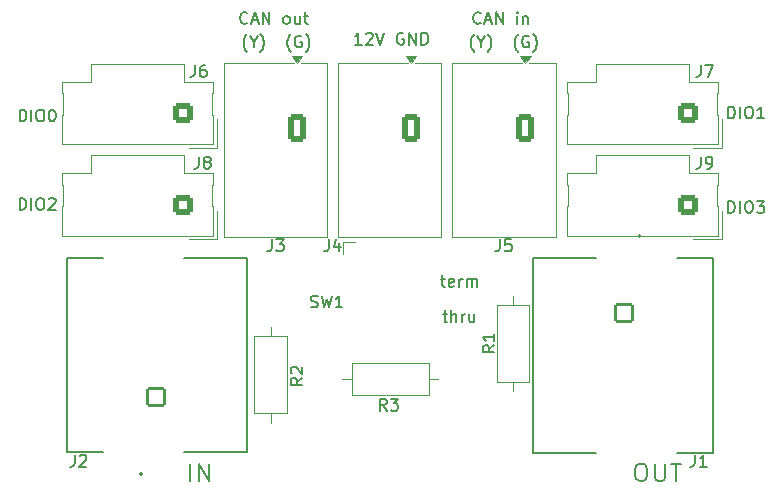
<source format=gto>
G04 #@! TF.GenerationSoftware,KiCad,Pcbnew,9.0.2*
G04 #@! TF.CreationDate,2025-11-18T17:36:02+08:00*
G04 #@! TF.ProjectId,rio module,72696f20-6d6f-4647-956c-652e6b696361,rev?*
G04 #@! TF.SameCoordinates,Original*
G04 #@! TF.FileFunction,Legend,Top*
G04 #@! TF.FilePolarity,Positive*
%FSLAX46Y46*%
G04 Gerber Fmt 4.6, Leading zero omitted, Abs format (unit mm)*
G04 Created by KiCad (PCBNEW 9.0.2) date 2025-11-18 17:36:02*
%MOMM*%
%LPD*%
G01*
G04 APERTURE LIST*
G04 Aperture macros list*
%AMRoundRect*
0 Rectangle with rounded corners*
0 $1 Rounding radius*
0 $2 $3 $4 $5 $6 $7 $8 $9 X,Y pos of 4 corners*
0 Add a 4 corners polygon primitive as box body*
4,1,4,$2,$3,$4,$5,$6,$7,$8,$9,$2,$3,0*
0 Add four circle primitives for the rounded corners*
1,1,$1+$1,$2,$3*
1,1,$1+$1,$4,$5*
1,1,$1+$1,$6,$7*
1,1,$1+$1,$8,$9*
0 Add four rect primitives between the rounded corners*
20,1,$1+$1,$2,$3,$4,$5,0*
20,1,$1+$1,$4,$5,$6,$7,0*
20,1,$1+$1,$6,$7,$8,$9,0*
20,1,$1+$1,$8,$9,$2,$3,0*%
G04 Aperture macros list end*
%ADD10C,0.150000*%
%ADD11C,0.127000*%
%ADD12C,0.200000*%
%ADD13C,0.120000*%
%ADD14C,3.200000*%
%ADD15RoundRect,0.102000X-0.704000X0.704000X-0.704000X-0.704000X0.704000X-0.704000X0.704000X0.704000X0*%
%ADD16C,1.612000*%
%ADD17C,2.604000*%
%ADD18RoundRect,0.250000X0.620000X0.620000X-0.620000X0.620000X-0.620000X-0.620000X0.620000X-0.620000X0*%
%ADD19C,1.740000*%
%ADD20R,1.500000X2.300000*%
%ADD21RoundRect,0.250001X0.499999X0.899999X-0.499999X0.899999X-0.499999X-0.899999X0.499999X-0.899999X0*%
%ADD22O,1.500000X2.300000*%
%ADD23C,1.600000*%
%ADD24R,1.200000X1.200000*%
%ADD25C,1.200000*%
%ADD26RoundRect,0.102000X0.704000X-0.704000X0.704000X0.704000X-0.704000X0.704000X-0.704000X-0.704000X0*%
G04 APERTURE END LIST*
D10*
X80249999Y-56585771D02*
X80202380Y-56538152D01*
X80202380Y-56538152D02*
X80107142Y-56395295D01*
X80107142Y-56395295D02*
X80059523Y-56300057D01*
X80059523Y-56300057D02*
X80011904Y-56157200D01*
X80011904Y-56157200D02*
X79964285Y-55919104D01*
X79964285Y-55919104D02*
X79964285Y-55728628D01*
X79964285Y-55728628D02*
X80011904Y-55490533D01*
X80011904Y-55490533D02*
X80059523Y-55347676D01*
X80059523Y-55347676D02*
X80107142Y-55252438D01*
X80107142Y-55252438D02*
X80202380Y-55109580D01*
X80202380Y-55109580D02*
X80249999Y-55061961D01*
X80821428Y-55728628D02*
X80821428Y-56204819D01*
X80488095Y-55204819D02*
X80821428Y-55728628D01*
X80821428Y-55728628D02*
X81154761Y-55204819D01*
X81392857Y-56585771D02*
X81440476Y-56538152D01*
X81440476Y-56538152D02*
X81535714Y-56395295D01*
X81535714Y-56395295D02*
X81583333Y-56300057D01*
X81583333Y-56300057D02*
X81630952Y-56157200D01*
X81630952Y-56157200D02*
X81678571Y-55919104D01*
X81678571Y-55919104D02*
X81678571Y-55728628D01*
X81678571Y-55728628D02*
X81630952Y-55490533D01*
X81630952Y-55490533D02*
X81583333Y-55347676D01*
X81583333Y-55347676D02*
X81535714Y-55252438D01*
X81535714Y-55252438D02*
X81440476Y-55109580D01*
X81440476Y-55109580D02*
X81392857Y-55061961D01*
X83964286Y-56585771D02*
X83916667Y-56538152D01*
X83916667Y-56538152D02*
X83821429Y-56395295D01*
X83821429Y-56395295D02*
X83773810Y-56300057D01*
X83773810Y-56300057D02*
X83726191Y-56157200D01*
X83726191Y-56157200D02*
X83678572Y-55919104D01*
X83678572Y-55919104D02*
X83678572Y-55728628D01*
X83678572Y-55728628D02*
X83726191Y-55490533D01*
X83726191Y-55490533D02*
X83773810Y-55347676D01*
X83773810Y-55347676D02*
X83821429Y-55252438D01*
X83821429Y-55252438D02*
X83916667Y-55109580D01*
X83916667Y-55109580D02*
X83964286Y-55061961D01*
X84869048Y-55252438D02*
X84773810Y-55204819D01*
X84773810Y-55204819D02*
X84630953Y-55204819D01*
X84630953Y-55204819D02*
X84488096Y-55252438D01*
X84488096Y-55252438D02*
X84392858Y-55347676D01*
X84392858Y-55347676D02*
X84345239Y-55442914D01*
X84345239Y-55442914D02*
X84297620Y-55633390D01*
X84297620Y-55633390D02*
X84297620Y-55776247D01*
X84297620Y-55776247D02*
X84345239Y-55966723D01*
X84345239Y-55966723D02*
X84392858Y-56061961D01*
X84392858Y-56061961D02*
X84488096Y-56157200D01*
X84488096Y-56157200D02*
X84630953Y-56204819D01*
X84630953Y-56204819D02*
X84726191Y-56204819D01*
X84726191Y-56204819D02*
X84869048Y-56157200D01*
X84869048Y-56157200D02*
X84916667Y-56109580D01*
X84916667Y-56109580D02*
X84916667Y-55776247D01*
X84916667Y-55776247D02*
X84726191Y-55776247D01*
X85250001Y-56585771D02*
X85297620Y-56538152D01*
X85297620Y-56538152D02*
X85392858Y-56395295D01*
X85392858Y-56395295D02*
X85440477Y-56300057D01*
X85440477Y-56300057D02*
X85488096Y-56157200D01*
X85488096Y-56157200D02*
X85535715Y-55919104D01*
X85535715Y-55919104D02*
X85535715Y-55728628D01*
X85535715Y-55728628D02*
X85488096Y-55490533D01*
X85488096Y-55490533D02*
X85440477Y-55347676D01*
X85440477Y-55347676D02*
X85392858Y-55252438D01*
X85392858Y-55252438D02*
X85297620Y-55109580D01*
X85297620Y-55109580D02*
X85250001Y-55061961D01*
X94250000Y-91436128D02*
X94535714Y-91436128D01*
X94535714Y-91436128D02*
X94678571Y-91507557D01*
X94678571Y-91507557D02*
X94821428Y-91650414D01*
X94821428Y-91650414D02*
X94892857Y-91936128D01*
X94892857Y-91936128D02*
X94892857Y-92436128D01*
X94892857Y-92436128D02*
X94821428Y-92721842D01*
X94821428Y-92721842D02*
X94678571Y-92864700D01*
X94678571Y-92864700D02*
X94535714Y-92936128D01*
X94535714Y-92936128D02*
X94250000Y-92936128D01*
X94250000Y-92936128D02*
X94107143Y-92864700D01*
X94107143Y-92864700D02*
X93964285Y-92721842D01*
X93964285Y-92721842D02*
X93892857Y-92436128D01*
X93892857Y-92436128D02*
X93892857Y-91936128D01*
X93892857Y-91936128D02*
X93964285Y-91650414D01*
X93964285Y-91650414D02*
X94107143Y-91507557D01*
X94107143Y-91507557D02*
X94250000Y-91436128D01*
X95535714Y-91436128D02*
X95535714Y-92650414D01*
X95535714Y-92650414D02*
X95607143Y-92793271D01*
X95607143Y-92793271D02*
X95678572Y-92864700D01*
X95678572Y-92864700D02*
X95821429Y-92936128D01*
X95821429Y-92936128D02*
X96107143Y-92936128D01*
X96107143Y-92936128D02*
X96250000Y-92864700D01*
X96250000Y-92864700D02*
X96321429Y-92793271D01*
X96321429Y-92793271D02*
X96392857Y-92650414D01*
X96392857Y-92650414D02*
X96392857Y-91436128D01*
X96892858Y-91436128D02*
X97750001Y-91436128D01*
X97321429Y-92936128D02*
X97321429Y-91436128D01*
X80785714Y-54109580D02*
X80738095Y-54157200D01*
X80738095Y-54157200D02*
X80595238Y-54204819D01*
X80595238Y-54204819D02*
X80500000Y-54204819D01*
X80500000Y-54204819D02*
X80357143Y-54157200D01*
X80357143Y-54157200D02*
X80261905Y-54061961D01*
X80261905Y-54061961D02*
X80214286Y-53966723D01*
X80214286Y-53966723D02*
X80166667Y-53776247D01*
X80166667Y-53776247D02*
X80166667Y-53633390D01*
X80166667Y-53633390D02*
X80214286Y-53442914D01*
X80214286Y-53442914D02*
X80261905Y-53347676D01*
X80261905Y-53347676D02*
X80357143Y-53252438D01*
X80357143Y-53252438D02*
X80500000Y-53204819D01*
X80500000Y-53204819D02*
X80595238Y-53204819D01*
X80595238Y-53204819D02*
X80738095Y-53252438D01*
X80738095Y-53252438D02*
X80785714Y-53300057D01*
X81166667Y-53919104D02*
X81642857Y-53919104D01*
X81071429Y-54204819D02*
X81404762Y-53204819D01*
X81404762Y-53204819D02*
X81738095Y-54204819D01*
X82071429Y-54204819D02*
X82071429Y-53204819D01*
X82071429Y-53204819D02*
X82642857Y-54204819D01*
X82642857Y-54204819D02*
X82642857Y-53204819D01*
X83880953Y-54204819D02*
X83880953Y-53538152D01*
X83880953Y-53204819D02*
X83833334Y-53252438D01*
X83833334Y-53252438D02*
X83880953Y-53300057D01*
X83880953Y-53300057D02*
X83928572Y-53252438D01*
X83928572Y-53252438D02*
X83880953Y-53204819D01*
X83880953Y-53204819D02*
X83880953Y-53300057D01*
X84357143Y-53538152D02*
X84357143Y-54204819D01*
X84357143Y-53633390D02*
X84404762Y-53585771D01*
X84404762Y-53585771D02*
X84500000Y-53538152D01*
X84500000Y-53538152D02*
X84642857Y-53538152D01*
X84642857Y-53538152D02*
X84738095Y-53585771D01*
X84738095Y-53585771D02*
X84785714Y-53681009D01*
X84785714Y-53681009D02*
X84785714Y-54204819D01*
X101750000Y-62204819D02*
X101750000Y-61204819D01*
X101750000Y-61204819D02*
X101988095Y-61204819D01*
X101988095Y-61204819D02*
X102130952Y-61252438D01*
X102130952Y-61252438D02*
X102226190Y-61347676D01*
X102226190Y-61347676D02*
X102273809Y-61442914D01*
X102273809Y-61442914D02*
X102321428Y-61633390D01*
X102321428Y-61633390D02*
X102321428Y-61776247D01*
X102321428Y-61776247D02*
X102273809Y-61966723D01*
X102273809Y-61966723D02*
X102226190Y-62061961D01*
X102226190Y-62061961D02*
X102130952Y-62157200D01*
X102130952Y-62157200D02*
X101988095Y-62204819D01*
X101988095Y-62204819D02*
X101750000Y-62204819D01*
X102750000Y-62204819D02*
X102750000Y-61204819D01*
X103416666Y-61204819D02*
X103607142Y-61204819D01*
X103607142Y-61204819D02*
X103702380Y-61252438D01*
X103702380Y-61252438D02*
X103797618Y-61347676D01*
X103797618Y-61347676D02*
X103845237Y-61538152D01*
X103845237Y-61538152D02*
X103845237Y-61871485D01*
X103845237Y-61871485D02*
X103797618Y-62061961D01*
X103797618Y-62061961D02*
X103702380Y-62157200D01*
X103702380Y-62157200D02*
X103607142Y-62204819D01*
X103607142Y-62204819D02*
X103416666Y-62204819D01*
X103416666Y-62204819D02*
X103321428Y-62157200D01*
X103321428Y-62157200D02*
X103226190Y-62061961D01*
X103226190Y-62061961D02*
X103178571Y-61871485D01*
X103178571Y-61871485D02*
X103178571Y-61538152D01*
X103178571Y-61538152D02*
X103226190Y-61347676D01*
X103226190Y-61347676D02*
X103321428Y-61252438D01*
X103321428Y-61252438D02*
X103416666Y-61204819D01*
X104797618Y-62204819D02*
X104226190Y-62204819D01*
X104511904Y-62204819D02*
X104511904Y-61204819D01*
X104511904Y-61204819D02*
X104416666Y-61347676D01*
X104416666Y-61347676D02*
X104321428Y-61442914D01*
X104321428Y-61442914D02*
X104226190Y-61490533D01*
X41750000Y-62454819D02*
X41750000Y-61454819D01*
X41750000Y-61454819D02*
X41988095Y-61454819D01*
X41988095Y-61454819D02*
X42130952Y-61502438D01*
X42130952Y-61502438D02*
X42226190Y-61597676D01*
X42226190Y-61597676D02*
X42273809Y-61692914D01*
X42273809Y-61692914D02*
X42321428Y-61883390D01*
X42321428Y-61883390D02*
X42321428Y-62026247D01*
X42321428Y-62026247D02*
X42273809Y-62216723D01*
X42273809Y-62216723D02*
X42226190Y-62311961D01*
X42226190Y-62311961D02*
X42130952Y-62407200D01*
X42130952Y-62407200D02*
X41988095Y-62454819D01*
X41988095Y-62454819D02*
X41750000Y-62454819D01*
X42750000Y-62454819D02*
X42750000Y-61454819D01*
X43416666Y-61454819D02*
X43607142Y-61454819D01*
X43607142Y-61454819D02*
X43702380Y-61502438D01*
X43702380Y-61502438D02*
X43797618Y-61597676D01*
X43797618Y-61597676D02*
X43845237Y-61788152D01*
X43845237Y-61788152D02*
X43845237Y-62121485D01*
X43845237Y-62121485D02*
X43797618Y-62311961D01*
X43797618Y-62311961D02*
X43702380Y-62407200D01*
X43702380Y-62407200D02*
X43607142Y-62454819D01*
X43607142Y-62454819D02*
X43416666Y-62454819D01*
X43416666Y-62454819D02*
X43321428Y-62407200D01*
X43321428Y-62407200D02*
X43226190Y-62311961D01*
X43226190Y-62311961D02*
X43178571Y-62121485D01*
X43178571Y-62121485D02*
X43178571Y-61788152D01*
X43178571Y-61788152D02*
X43226190Y-61597676D01*
X43226190Y-61597676D02*
X43321428Y-61502438D01*
X43321428Y-61502438D02*
X43416666Y-61454819D01*
X44464285Y-61454819D02*
X44559523Y-61454819D01*
X44559523Y-61454819D02*
X44654761Y-61502438D01*
X44654761Y-61502438D02*
X44702380Y-61550057D01*
X44702380Y-61550057D02*
X44749999Y-61645295D01*
X44749999Y-61645295D02*
X44797618Y-61835771D01*
X44797618Y-61835771D02*
X44797618Y-62073866D01*
X44797618Y-62073866D02*
X44749999Y-62264342D01*
X44749999Y-62264342D02*
X44702380Y-62359580D01*
X44702380Y-62359580D02*
X44654761Y-62407200D01*
X44654761Y-62407200D02*
X44559523Y-62454819D01*
X44559523Y-62454819D02*
X44464285Y-62454819D01*
X44464285Y-62454819D02*
X44369047Y-62407200D01*
X44369047Y-62407200D02*
X44321428Y-62359580D01*
X44321428Y-62359580D02*
X44273809Y-62264342D01*
X44273809Y-62264342D02*
X44226190Y-62073866D01*
X44226190Y-62073866D02*
X44226190Y-61835771D01*
X44226190Y-61835771D02*
X44273809Y-61645295D01*
X44273809Y-61645295D02*
X44321428Y-61550057D01*
X44321428Y-61550057D02*
X44369047Y-61502438D01*
X44369047Y-61502438D02*
X44464285Y-61454819D01*
X61035713Y-54109580D02*
X60988094Y-54157200D01*
X60988094Y-54157200D02*
X60845237Y-54204819D01*
X60845237Y-54204819D02*
X60749999Y-54204819D01*
X60749999Y-54204819D02*
X60607142Y-54157200D01*
X60607142Y-54157200D02*
X60511904Y-54061961D01*
X60511904Y-54061961D02*
X60464285Y-53966723D01*
X60464285Y-53966723D02*
X60416666Y-53776247D01*
X60416666Y-53776247D02*
X60416666Y-53633390D01*
X60416666Y-53633390D02*
X60464285Y-53442914D01*
X60464285Y-53442914D02*
X60511904Y-53347676D01*
X60511904Y-53347676D02*
X60607142Y-53252438D01*
X60607142Y-53252438D02*
X60749999Y-53204819D01*
X60749999Y-53204819D02*
X60845237Y-53204819D01*
X60845237Y-53204819D02*
X60988094Y-53252438D01*
X60988094Y-53252438D02*
X61035713Y-53300057D01*
X61416666Y-53919104D02*
X61892856Y-53919104D01*
X61321428Y-54204819D02*
X61654761Y-53204819D01*
X61654761Y-53204819D02*
X61988094Y-54204819D01*
X62321428Y-54204819D02*
X62321428Y-53204819D01*
X62321428Y-53204819D02*
X62892856Y-54204819D01*
X62892856Y-54204819D02*
X62892856Y-53204819D01*
X64273809Y-54204819D02*
X64178571Y-54157200D01*
X64178571Y-54157200D02*
X64130952Y-54109580D01*
X64130952Y-54109580D02*
X64083333Y-54014342D01*
X64083333Y-54014342D02*
X64083333Y-53728628D01*
X64083333Y-53728628D02*
X64130952Y-53633390D01*
X64130952Y-53633390D02*
X64178571Y-53585771D01*
X64178571Y-53585771D02*
X64273809Y-53538152D01*
X64273809Y-53538152D02*
X64416666Y-53538152D01*
X64416666Y-53538152D02*
X64511904Y-53585771D01*
X64511904Y-53585771D02*
X64559523Y-53633390D01*
X64559523Y-53633390D02*
X64607142Y-53728628D01*
X64607142Y-53728628D02*
X64607142Y-54014342D01*
X64607142Y-54014342D02*
X64559523Y-54109580D01*
X64559523Y-54109580D02*
X64511904Y-54157200D01*
X64511904Y-54157200D02*
X64416666Y-54204819D01*
X64416666Y-54204819D02*
X64273809Y-54204819D01*
X65464285Y-53538152D02*
X65464285Y-54204819D01*
X65035714Y-53538152D02*
X65035714Y-54061961D01*
X65035714Y-54061961D02*
X65083333Y-54157200D01*
X65083333Y-54157200D02*
X65178571Y-54204819D01*
X65178571Y-54204819D02*
X65321428Y-54204819D01*
X65321428Y-54204819D02*
X65416666Y-54157200D01*
X65416666Y-54157200D02*
X65464285Y-54109580D01*
X65797619Y-53538152D02*
X66178571Y-53538152D01*
X65940476Y-53204819D02*
X65940476Y-54061961D01*
X65940476Y-54061961D02*
X65988095Y-54157200D01*
X65988095Y-54157200D02*
X66083333Y-54204819D01*
X66083333Y-54204819D02*
X66178571Y-54204819D01*
X77595238Y-78788152D02*
X77976190Y-78788152D01*
X77738095Y-78454819D02*
X77738095Y-79311961D01*
X77738095Y-79311961D02*
X77785714Y-79407200D01*
X77785714Y-79407200D02*
X77880952Y-79454819D01*
X77880952Y-79454819D02*
X77976190Y-79454819D01*
X78309524Y-79454819D02*
X78309524Y-78454819D01*
X78738095Y-79454819D02*
X78738095Y-78931009D01*
X78738095Y-78931009D02*
X78690476Y-78835771D01*
X78690476Y-78835771D02*
X78595238Y-78788152D01*
X78595238Y-78788152D02*
X78452381Y-78788152D01*
X78452381Y-78788152D02*
X78357143Y-78835771D01*
X78357143Y-78835771D02*
X78309524Y-78883390D01*
X79214286Y-79454819D02*
X79214286Y-78788152D01*
X79214286Y-78978628D02*
X79261905Y-78883390D01*
X79261905Y-78883390D02*
X79309524Y-78835771D01*
X79309524Y-78835771D02*
X79404762Y-78788152D01*
X79404762Y-78788152D02*
X79500000Y-78788152D01*
X80261905Y-78788152D02*
X80261905Y-79454819D01*
X79833334Y-78788152D02*
X79833334Y-79311961D01*
X79833334Y-79311961D02*
X79880953Y-79407200D01*
X79880953Y-79407200D02*
X79976191Y-79454819D01*
X79976191Y-79454819D02*
X80119048Y-79454819D01*
X80119048Y-79454819D02*
X80214286Y-79407200D01*
X80214286Y-79407200D02*
X80261905Y-79359580D01*
X101750000Y-70204819D02*
X101750000Y-69204819D01*
X101750000Y-69204819D02*
X101988095Y-69204819D01*
X101988095Y-69204819D02*
X102130952Y-69252438D01*
X102130952Y-69252438D02*
X102226190Y-69347676D01*
X102226190Y-69347676D02*
X102273809Y-69442914D01*
X102273809Y-69442914D02*
X102321428Y-69633390D01*
X102321428Y-69633390D02*
X102321428Y-69776247D01*
X102321428Y-69776247D02*
X102273809Y-69966723D01*
X102273809Y-69966723D02*
X102226190Y-70061961D01*
X102226190Y-70061961D02*
X102130952Y-70157200D01*
X102130952Y-70157200D02*
X101988095Y-70204819D01*
X101988095Y-70204819D02*
X101750000Y-70204819D01*
X102750000Y-70204819D02*
X102750000Y-69204819D01*
X103416666Y-69204819D02*
X103607142Y-69204819D01*
X103607142Y-69204819D02*
X103702380Y-69252438D01*
X103702380Y-69252438D02*
X103797618Y-69347676D01*
X103797618Y-69347676D02*
X103845237Y-69538152D01*
X103845237Y-69538152D02*
X103845237Y-69871485D01*
X103845237Y-69871485D02*
X103797618Y-70061961D01*
X103797618Y-70061961D02*
X103702380Y-70157200D01*
X103702380Y-70157200D02*
X103607142Y-70204819D01*
X103607142Y-70204819D02*
X103416666Y-70204819D01*
X103416666Y-70204819D02*
X103321428Y-70157200D01*
X103321428Y-70157200D02*
X103226190Y-70061961D01*
X103226190Y-70061961D02*
X103178571Y-69871485D01*
X103178571Y-69871485D02*
X103178571Y-69538152D01*
X103178571Y-69538152D02*
X103226190Y-69347676D01*
X103226190Y-69347676D02*
X103321428Y-69252438D01*
X103321428Y-69252438D02*
X103416666Y-69204819D01*
X104178571Y-69204819D02*
X104797618Y-69204819D01*
X104797618Y-69204819D02*
X104464285Y-69585771D01*
X104464285Y-69585771D02*
X104607142Y-69585771D01*
X104607142Y-69585771D02*
X104702380Y-69633390D01*
X104702380Y-69633390D02*
X104749999Y-69681009D01*
X104749999Y-69681009D02*
X104797618Y-69776247D01*
X104797618Y-69776247D02*
X104797618Y-70014342D01*
X104797618Y-70014342D02*
X104749999Y-70109580D01*
X104749999Y-70109580D02*
X104702380Y-70157200D01*
X104702380Y-70157200D02*
X104607142Y-70204819D01*
X104607142Y-70204819D02*
X104321428Y-70204819D01*
X104321428Y-70204819D02*
X104226190Y-70157200D01*
X104226190Y-70157200D02*
X104178571Y-70109580D01*
X60999999Y-56585771D02*
X60952380Y-56538152D01*
X60952380Y-56538152D02*
X60857142Y-56395295D01*
X60857142Y-56395295D02*
X60809523Y-56300057D01*
X60809523Y-56300057D02*
X60761904Y-56157200D01*
X60761904Y-56157200D02*
X60714285Y-55919104D01*
X60714285Y-55919104D02*
X60714285Y-55728628D01*
X60714285Y-55728628D02*
X60761904Y-55490533D01*
X60761904Y-55490533D02*
X60809523Y-55347676D01*
X60809523Y-55347676D02*
X60857142Y-55252438D01*
X60857142Y-55252438D02*
X60952380Y-55109580D01*
X60952380Y-55109580D02*
X60999999Y-55061961D01*
X61571428Y-55728628D02*
X61571428Y-56204819D01*
X61238095Y-55204819D02*
X61571428Y-55728628D01*
X61571428Y-55728628D02*
X61904761Y-55204819D01*
X62142857Y-56585771D02*
X62190476Y-56538152D01*
X62190476Y-56538152D02*
X62285714Y-56395295D01*
X62285714Y-56395295D02*
X62333333Y-56300057D01*
X62333333Y-56300057D02*
X62380952Y-56157200D01*
X62380952Y-56157200D02*
X62428571Y-55919104D01*
X62428571Y-55919104D02*
X62428571Y-55728628D01*
X62428571Y-55728628D02*
X62380952Y-55490533D01*
X62380952Y-55490533D02*
X62333333Y-55347676D01*
X62333333Y-55347676D02*
X62285714Y-55252438D01*
X62285714Y-55252438D02*
X62190476Y-55109580D01*
X62190476Y-55109580D02*
X62142857Y-55061961D01*
X64714286Y-56585771D02*
X64666667Y-56538152D01*
X64666667Y-56538152D02*
X64571429Y-56395295D01*
X64571429Y-56395295D02*
X64523810Y-56300057D01*
X64523810Y-56300057D02*
X64476191Y-56157200D01*
X64476191Y-56157200D02*
X64428572Y-55919104D01*
X64428572Y-55919104D02*
X64428572Y-55728628D01*
X64428572Y-55728628D02*
X64476191Y-55490533D01*
X64476191Y-55490533D02*
X64523810Y-55347676D01*
X64523810Y-55347676D02*
X64571429Y-55252438D01*
X64571429Y-55252438D02*
X64666667Y-55109580D01*
X64666667Y-55109580D02*
X64714286Y-55061961D01*
X65619048Y-55252438D02*
X65523810Y-55204819D01*
X65523810Y-55204819D02*
X65380953Y-55204819D01*
X65380953Y-55204819D02*
X65238096Y-55252438D01*
X65238096Y-55252438D02*
X65142858Y-55347676D01*
X65142858Y-55347676D02*
X65095239Y-55442914D01*
X65095239Y-55442914D02*
X65047620Y-55633390D01*
X65047620Y-55633390D02*
X65047620Y-55776247D01*
X65047620Y-55776247D02*
X65095239Y-55966723D01*
X65095239Y-55966723D02*
X65142858Y-56061961D01*
X65142858Y-56061961D02*
X65238096Y-56157200D01*
X65238096Y-56157200D02*
X65380953Y-56204819D01*
X65380953Y-56204819D02*
X65476191Y-56204819D01*
X65476191Y-56204819D02*
X65619048Y-56157200D01*
X65619048Y-56157200D02*
X65666667Y-56109580D01*
X65666667Y-56109580D02*
X65666667Y-55776247D01*
X65666667Y-55776247D02*
X65476191Y-55776247D01*
X66000001Y-56585771D02*
X66047620Y-56538152D01*
X66047620Y-56538152D02*
X66142858Y-56395295D01*
X66142858Y-56395295D02*
X66190477Y-56300057D01*
X66190477Y-56300057D02*
X66238096Y-56157200D01*
X66238096Y-56157200D02*
X66285715Y-55919104D01*
X66285715Y-55919104D02*
X66285715Y-55728628D01*
X66285715Y-55728628D02*
X66238096Y-55490533D01*
X66238096Y-55490533D02*
X66190477Y-55347676D01*
X66190477Y-55347676D02*
X66142858Y-55252438D01*
X66142858Y-55252438D02*
X66047620Y-55109580D01*
X66047620Y-55109580D02*
X66000001Y-55061961D01*
X41750000Y-69954819D02*
X41750000Y-68954819D01*
X41750000Y-68954819D02*
X41988095Y-68954819D01*
X41988095Y-68954819D02*
X42130952Y-69002438D01*
X42130952Y-69002438D02*
X42226190Y-69097676D01*
X42226190Y-69097676D02*
X42273809Y-69192914D01*
X42273809Y-69192914D02*
X42321428Y-69383390D01*
X42321428Y-69383390D02*
X42321428Y-69526247D01*
X42321428Y-69526247D02*
X42273809Y-69716723D01*
X42273809Y-69716723D02*
X42226190Y-69811961D01*
X42226190Y-69811961D02*
X42130952Y-69907200D01*
X42130952Y-69907200D02*
X41988095Y-69954819D01*
X41988095Y-69954819D02*
X41750000Y-69954819D01*
X42750000Y-69954819D02*
X42750000Y-68954819D01*
X43416666Y-68954819D02*
X43607142Y-68954819D01*
X43607142Y-68954819D02*
X43702380Y-69002438D01*
X43702380Y-69002438D02*
X43797618Y-69097676D01*
X43797618Y-69097676D02*
X43845237Y-69288152D01*
X43845237Y-69288152D02*
X43845237Y-69621485D01*
X43845237Y-69621485D02*
X43797618Y-69811961D01*
X43797618Y-69811961D02*
X43702380Y-69907200D01*
X43702380Y-69907200D02*
X43607142Y-69954819D01*
X43607142Y-69954819D02*
X43416666Y-69954819D01*
X43416666Y-69954819D02*
X43321428Y-69907200D01*
X43321428Y-69907200D02*
X43226190Y-69811961D01*
X43226190Y-69811961D02*
X43178571Y-69621485D01*
X43178571Y-69621485D02*
X43178571Y-69288152D01*
X43178571Y-69288152D02*
X43226190Y-69097676D01*
X43226190Y-69097676D02*
X43321428Y-69002438D01*
X43321428Y-69002438D02*
X43416666Y-68954819D01*
X44226190Y-69050057D02*
X44273809Y-69002438D01*
X44273809Y-69002438D02*
X44369047Y-68954819D01*
X44369047Y-68954819D02*
X44607142Y-68954819D01*
X44607142Y-68954819D02*
X44702380Y-69002438D01*
X44702380Y-69002438D02*
X44749999Y-69050057D01*
X44749999Y-69050057D02*
X44797618Y-69145295D01*
X44797618Y-69145295D02*
X44797618Y-69240533D01*
X44797618Y-69240533D02*
X44749999Y-69383390D01*
X44749999Y-69383390D02*
X44178571Y-69954819D01*
X44178571Y-69954819D02*
X44797618Y-69954819D01*
X77404762Y-75788152D02*
X77785714Y-75788152D01*
X77547619Y-75454819D02*
X77547619Y-76311961D01*
X77547619Y-76311961D02*
X77595238Y-76407200D01*
X77595238Y-76407200D02*
X77690476Y-76454819D01*
X77690476Y-76454819D02*
X77785714Y-76454819D01*
X78500000Y-76407200D02*
X78404762Y-76454819D01*
X78404762Y-76454819D02*
X78214286Y-76454819D01*
X78214286Y-76454819D02*
X78119048Y-76407200D01*
X78119048Y-76407200D02*
X78071429Y-76311961D01*
X78071429Y-76311961D02*
X78071429Y-75931009D01*
X78071429Y-75931009D02*
X78119048Y-75835771D01*
X78119048Y-75835771D02*
X78214286Y-75788152D01*
X78214286Y-75788152D02*
X78404762Y-75788152D01*
X78404762Y-75788152D02*
X78500000Y-75835771D01*
X78500000Y-75835771D02*
X78547619Y-75931009D01*
X78547619Y-75931009D02*
X78547619Y-76026247D01*
X78547619Y-76026247D02*
X78071429Y-76121485D01*
X78976191Y-76454819D02*
X78976191Y-75788152D01*
X78976191Y-75978628D02*
X79023810Y-75883390D01*
X79023810Y-75883390D02*
X79071429Y-75835771D01*
X79071429Y-75835771D02*
X79166667Y-75788152D01*
X79166667Y-75788152D02*
X79261905Y-75788152D01*
X79595239Y-76454819D02*
X79595239Y-75788152D01*
X79595239Y-75883390D02*
X79642858Y-75835771D01*
X79642858Y-75835771D02*
X79738096Y-75788152D01*
X79738096Y-75788152D02*
X79880953Y-75788152D01*
X79880953Y-75788152D02*
X79976191Y-75835771D01*
X79976191Y-75835771D02*
X80023810Y-75931009D01*
X80023810Y-75931009D02*
X80023810Y-76454819D01*
X80023810Y-75931009D02*
X80071429Y-75835771D01*
X80071429Y-75835771D02*
X80166667Y-75788152D01*
X80166667Y-75788152D02*
X80309524Y-75788152D01*
X80309524Y-75788152D02*
X80404763Y-75835771D01*
X80404763Y-75835771D02*
X80452382Y-75931009D01*
X80452382Y-75931009D02*
X80452382Y-76454819D01*
X56214285Y-92936128D02*
X56214285Y-91436128D01*
X56928571Y-92936128D02*
X56928571Y-91436128D01*
X56928571Y-91436128D02*
X57785714Y-92936128D01*
X57785714Y-92936128D02*
X57785714Y-91436128D01*
X70726190Y-55954819D02*
X70154762Y-55954819D01*
X70440476Y-55954819D02*
X70440476Y-54954819D01*
X70440476Y-54954819D02*
X70345238Y-55097676D01*
X70345238Y-55097676D02*
X70250000Y-55192914D01*
X70250000Y-55192914D02*
X70154762Y-55240533D01*
X71107143Y-55050057D02*
X71154762Y-55002438D01*
X71154762Y-55002438D02*
X71250000Y-54954819D01*
X71250000Y-54954819D02*
X71488095Y-54954819D01*
X71488095Y-54954819D02*
X71583333Y-55002438D01*
X71583333Y-55002438D02*
X71630952Y-55050057D01*
X71630952Y-55050057D02*
X71678571Y-55145295D01*
X71678571Y-55145295D02*
X71678571Y-55240533D01*
X71678571Y-55240533D02*
X71630952Y-55383390D01*
X71630952Y-55383390D02*
X71059524Y-55954819D01*
X71059524Y-55954819D02*
X71678571Y-55954819D01*
X71964286Y-54954819D02*
X72297619Y-55954819D01*
X72297619Y-55954819D02*
X72630952Y-54954819D01*
X74250000Y-55002438D02*
X74154762Y-54954819D01*
X74154762Y-54954819D02*
X74011905Y-54954819D01*
X74011905Y-54954819D02*
X73869048Y-55002438D01*
X73869048Y-55002438D02*
X73773810Y-55097676D01*
X73773810Y-55097676D02*
X73726191Y-55192914D01*
X73726191Y-55192914D02*
X73678572Y-55383390D01*
X73678572Y-55383390D02*
X73678572Y-55526247D01*
X73678572Y-55526247D02*
X73726191Y-55716723D01*
X73726191Y-55716723D02*
X73773810Y-55811961D01*
X73773810Y-55811961D02*
X73869048Y-55907200D01*
X73869048Y-55907200D02*
X74011905Y-55954819D01*
X74011905Y-55954819D02*
X74107143Y-55954819D01*
X74107143Y-55954819D02*
X74250000Y-55907200D01*
X74250000Y-55907200D02*
X74297619Y-55859580D01*
X74297619Y-55859580D02*
X74297619Y-55526247D01*
X74297619Y-55526247D02*
X74107143Y-55526247D01*
X74726191Y-55954819D02*
X74726191Y-54954819D01*
X74726191Y-54954819D02*
X75297619Y-55954819D01*
X75297619Y-55954819D02*
X75297619Y-54954819D01*
X75773810Y-55954819D02*
X75773810Y-54954819D01*
X75773810Y-54954819D02*
X76011905Y-54954819D01*
X76011905Y-54954819D02*
X76154762Y-55002438D01*
X76154762Y-55002438D02*
X76250000Y-55097676D01*
X76250000Y-55097676D02*
X76297619Y-55192914D01*
X76297619Y-55192914D02*
X76345238Y-55383390D01*
X76345238Y-55383390D02*
X76345238Y-55526247D01*
X76345238Y-55526247D02*
X76297619Y-55716723D01*
X76297619Y-55716723D02*
X76250000Y-55811961D01*
X76250000Y-55811961D02*
X76154762Y-55907200D01*
X76154762Y-55907200D02*
X76011905Y-55954819D01*
X76011905Y-55954819D02*
X75773810Y-55954819D01*
X46416666Y-90694819D02*
X46416666Y-91409104D01*
X46416666Y-91409104D02*
X46369047Y-91551961D01*
X46369047Y-91551961D02*
X46273809Y-91647200D01*
X46273809Y-91647200D02*
X46130952Y-91694819D01*
X46130952Y-91694819D02*
X46035714Y-91694819D01*
X46845238Y-90790057D02*
X46892857Y-90742438D01*
X46892857Y-90742438D02*
X46988095Y-90694819D01*
X46988095Y-90694819D02*
X47226190Y-90694819D01*
X47226190Y-90694819D02*
X47321428Y-90742438D01*
X47321428Y-90742438D02*
X47369047Y-90790057D01*
X47369047Y-90790057D02*
X47416666Y-90885295D01*
X47416666Y-90885295D02*
X47416666Y-90980533D01*
X47416666Y-90980533D02*
X47369047Y-91123390D01*
X47369047Y-91123390D02*
X46797619Y-91694819D01*
X46797619Y-91694819D02*
X47416666Y-91694819D01*
X99416666Y-57704819D02*
X99416666Y-58419104D01*
X99416666Y-58419104D02*
X99369047Y-58561961D01*
X99369047Y-58561961D02*
X99273809Y-58657200D01*
X99273809Y-58657200D02*
X99130952Y-58704819D01*
X99130952Y-58704819D02*
X99035714Y-58704819D01*
X99797619Y-57704819D02*
X100464285Y-57704819D01*
X100464285Y-57704819D02*
X100035714Y-58704819D01*
X67916666Y-72454819D02*
X67916666Y-73169104D01*
X67916666Y-73169104D02*
X67869047Y-73311961D01*
X67869047Y-73311961D02*
X67773809Y-73407200D01*
X67773809Y-73407200D02*
X67630952Y-73454819D01*
X67630952Y-73454819D02*
X67535714Y-73454819D01*
X68821428Y-72788152D02*
X68821428Y-73454819D01*
X68583333Y-72407200D02*
X68345238Y-73121485D01*
X68345238Y-73121485D02*
X68964285Y-73121485D01*
X81954819Y-81416666D02*
X81478628Y-81749999D01*
X81954819Y-81988094D02*
X80954819Y-81988094D01*
X80954819Y-81988094D02*
X80954819Y-81607142D01*
X80954819Y-81607142D02*
X81002438Y-81511904D01*
X81002438Y-81511904D02*
X81050057Y-81464285D01*
X81050057Y-81464285D02*
X81145295Y-81416666D01*
X81145295Y-81416666D02*
X81288152Y-81416666D01*
X81288152Y-81416666D02*
X81383390Y-81464285D01*
X81383390Y-81464285D02*
X81431009Y-81511904D01*
X81431009Y-81511904D02*
X81478628Y-81607142D01*
X81478628Y-81607142D02*
X81478628Y-81988094D01*
X81954819Y-80464285D02*
X81954819Y-81035713D01*
X81954819Y-80749999D02*
X80954819Y-80749999D01*
X80954819Y-80749999D02*
X81097676Y-80845237D01*
X81097676Y-80845237D02*
X81192914Y-80940475D01*
X81192914Y-80940475D02*
X81240533Y-81035713D01*
X56581666Y-57704819D02*
X56581666Y-58419104D01*
X56581666Y-58419104D02*
X56534047Y-58561961D01*
X56534047Y-58561961D02*
X56438809Y-58657200D01*
X56438809Y-58657200D02*
X56295952Y-58704819D01*
X56295952Y-58704819D02*
X56200714Y-58704819D01*
X57486428Y-57704819D02*
X57295952Y-57704819D01*
X57295952Y-57704819D02*
X57200714Y-57752438D01*
X57200714Y-57752438D02*
X57153095Y-57800057D01*
X57153095Y-57800057D02*
X57057857Y-57942914D01*
X57057857Y-57942914D02*
X57010238Y-58133390D01*
X57010238Y-58133390D02*
X57010238Y-58514342D01*
X57010238Y-58514342D02*
X57057857Y-58609580D01*
X57057857Y-58609580D02*
X57105476Y-58657200D01*
X57105476Y-58657200D02*
X57200714Y-58704819D01*
X57200714Y-58704819D02*
X57391190Y-58704819D01*
X57391190Y-58704819D02*
X57486428Y-58657200D01*
X57486428Y-58657200D02*
X57534047Y-58609580D01*
X57534047Y-58609580D02*
X57581666Y-58514342D01*
X57581666Y-58514342D02*
X57581666Y-58276247D01*
X57581666Y-58276247D02*
X57534047Y-58181009D01*
X57534047Y-58181009D02*
X57486428Y-58133390D01*
X57486428Y-58133390D02*
X57391190Y-58085771D01*
X57391190Y-58085771D02*
X57200714Y-58085771D01*
X57200714Y-58085771D02*
X57105476Y-58133390D01*
X57105476Y-58133390D02*
X57057857Y-58181009D01*
X57057857Y-58181009D02*
X57010238Y-58276247D01*
X63106666Y-72454819D02*
X63106666Y-73169104D01*
X63106666Y-73169104D02*
X63059047Y-73311961D01*
X63059047Y-73311961D02*
X62963809Y-73407200D01*
X62963809Y-73407200D02*
X62820952Y-73454819D01*
X62820952Y-73454819D02*
X62725714Y-73454819D01*
X63487619Y-72454819D02*
X64106666Y-72454819D01*
X64106666Y-72454819D02*
X63773333Y-72835771D01*
X63773333Y-72835771D02*
X63916190Y-72835771D01*
X63916190Y-72835771D02*
X64011428Y-72883390D01*
X64011428Y-72883390D02*
X64059047Y-72931009D01*
X64059047Y-72931009D02*
X64106666Y-73026247D01*
X64106666Y-73026247D02*
X64106666Y-73264342D01*
X64106666Y-73264342D02*
X64059047Y-73359580D01*
X64059047Y-73359580D02*
X64011428Y-73407200D01*
X64011428Y-73407200D02*
X63916190Y-73454819D01*
X63916190Y-73454819D02*
X63630476Y-73454819D01*
X63630476Y-73454819D02*
X63535238Y-73407200D01*
X63535238Y-73407200D02*
X63487619Y-73359580D01*
X65704819Y-84166666D02*
X65228628Y-84499999D01*
X65704819Y-84738094D02*
X64704819Y-84738094D01*
X64704819Y-84738094D02*
X64704819Y-84357142D01*
X64704819Y-84357142D02*
X64752438Y-84261904D01*
X64752438Y-84261904D02*
X64800057Y-84214285D01*
X64800057Y-84214285D02*
X64895295Y-84166666D01*
X64895295Y-84166666D02*
X65038152Y-84166666D01*
X65038152Y-84166666D02*
X65133390Y-84214285D01*
X65133390Y-84214285D02*
X65181009Y-84261904D01*
X65181009Y-84261904D02*
X65228628Y-84357142D01*
X65228628Y-84357142D02*
X65228628Y-84738094D01*
X64800057Y-83785713D02*
X64752438Y-83738094D01*
X64752438Y-83738094D02*
X64704819Y-83642856D01*
X64704819Y-83642856D02*
X64704819Y-83404761D01*
X64704819Y-83404761D02*
X64752438Y-83309523D01*
X64752438Y-83309523D02*
X64800057Y-83261904D01*
X64800057Y-83261904D02*
X64895295Y-83214285D01*
X64895295Y-83214285D02*
X64990533Y-83214285D01*
X64990533Y-83214285D02*
X65133390Y-83261904D01*
X65133390Y-83261904D02*
X65704819Y-83833332D01*
X65704819Y-83833332D02*
X65704819Y-83214285D01*
X99416666Y-65454819D02*
X99416666Y-66169104D01*
X99416666Y-66169104D02*
X99369047Y-66311961D01*
X99369047Y-66311961D02*
X99273809Y-66407200D01*
X99273809Y-66407200D02*
X99130952Y-66454819D01*
X99130952Y-66454819D02*
X99035714Y-66454819D01*
X99940476Y-66454819D02*
X100130952Y-66454819D01*
X100130952Y-66454819D02*
X100226190Y-66407200D01*
X100226190Y-66407200D02*
X100273809Y-66359580D01*
X100273809Y-66359580D02*
X100369047Y-66216723D01*
X100369047Y-66216723D02*
X100416666Y-66026247D01*
X100416666Y-66026247D02*
X100416666Y-65645295D01*
X100416666Y-65645295D02*
X100369047Y-65550057D01*
X100369047Y-65550057D02*
X100321428Y-65502438D01*
X100321428Y-65502438D02*
X100226190Y-65454819D01*
X100226190Y-65454819D02*
X100035714Y-65454819D01*
X100035714Y-65454819D02*
X99940476Y-65502438D01*
X99940476Y-65502438D02*
X99892857Y-65550057D01*
X99892857Y-65550057D02*
X99845238Y-65645295D01*
X99845238Y-65645295D02*
X99845238Y-65883390D01*
X99845238Y-65883390D02*
X99892857Y-65978628D01*
X99892857Y-65978628D02*
X99940476Y-66026247D01*
X99940476Y-66026247D02*
X100035714Y-66073866D01*
X100035714Y-66073866D02*
X100226190Y-66073866D01*
X100226190Y-66073866D02*
X100321428Y-66026247D01*
X100321428Y-66026247D02*
X100369047Y-65978628D01*
X100369047Y-65978628D02*
X100416666Y-65883390D01*
X66416667Y-78157200D02*
X66559524Y-78204819D01*
X66559524Y-78204819D02*
X66797619Y-78204819D01*
X66797619Y-78204819D02*
X66892857Y-78157200D01*
X66892857Y-78157200D02*
X66940476Y-78109580D01*
X66940476Y-78109580D02*
X66988095Y-78014342D01*
X66988095Y-78014342D02*
X66988095Y-77919104D01*
X66988095Y-77919104D02*
X66940476Y-77823866D01*
X66940476Y-77823866D02*
X66892857Y-77776247D01*
X66892857Y-77776247D02*
X66797619Y-77728628D01*
X66797619Y-77728628D02*
X66607143Y-77681009D01*
X66607143Y-77681009D02*
X66511905Y-77633390D01*
X66511905Y-77633390D02*
X66464286Y-77585771D01*
X66464286Y-77585771D02*
X66416667Y-77490533D01*
X66416667Y-77490533D02*
X66416667Y-77395295D01*
X66416667Y-77395295D02*
X66464286Y-77300057D01*
X66464286Y-77300057D02*
X66511905Y-77252438D01*
X66511905Y-77252438D02*
X66607143Y-77204819D01*
X66607143Y-77204819D02*
X66845238Y-77204819D01*
X66845238Y-77204819D02*
X66988095Y-77252438D01*
X67321429Y-77204819D02*
X67559524Y-78204819D01*
X67559524Y-78204819D02*
X67750000Y-77490533D01*
X67750000Y-77490533D02*
X67940476Y-78204819D01*
X67940476Y-78204819D02*
X68178572Y-77204819D01*
X69083333Y-78204819D02*
X68511905Y-78204819D01*
X68797619Y-78204819D02*
X68797619Y-77204819D01*
X68797619Y-77204819D02*
X68702381Y-77347676D01*
X68702381Y-77347676D02*
X68607143Y-77442914D01*
X68607143Y-77442914D02*
X68511905Y-77490533D01*
X98916666Y-90704819D02*
X98916666Y-91419104D01*
X98916666Y-91419104D02*
X98869047Y-91561961D01*
X98869047Y-91561961D02*
X98773809Y-91657200D01*
X98773809Y-91657200D02*
X98630952Y-91704819D01*
X98630952Y-91704819D02*
X98535714Y-91704819D01*
X99916666Y-91704819D02*
X99345238Y-91704819D01*
X99630952Y-91704819D02*
X99630952Y-90704819D01*
X99630952Y-90704819D02*
X99535714Y-90847676D01*
X99535714Y-90847676D02*
X99440476Y-90942914D01*
X99440476Y-90942914D02*
X99345238Y-90990533D01*
X72833333Y-86954819D02*
X72500000Y-86478628D01*
X72261905Y-86954819D02*
X72261905Y-85954819D01*
X72261905Y-85954819D02*
X72642857Y-85954819D01*
X72642857Y-85954819D02*
X72738095Y-86002438D01*
X72738095Y-86002438D02*
X72785714Y-86050057D01*
X72785714Y-86050057D02*
X72833333Y-86145295D01*
X72833333Y-86145295D02*
X72833333Y-86288152D01*
X72833333Y-86288152D02*
X72785714Y-86383390D01*
X72785714Y-86383390D02*
X72738095Y-86431009D01*
X72738095Y-86431009D02*
X72642857Y-86478628D01*
X72642857Y-86478628D02*
X72261905Y-86478628D01*
X73166667Y-85954819D02*
X73785714Y-85954819D01*
X73785714Y-85954819D02*
X73452381Y-86335771D01*
X73452381Y-86335771D02*
X73595238Y-86335771D01*
X73595238Y-86335771D02*
X73690476Y-86383390D01*
X73690476Y-86383390D02*
X73738095Y-86431009D01*
X73738095Y-86431009D02*
X73785714Y-86526247D01*
X73785714Y-86526247D02*
X73785714Y-86764342D01*
X73785714Y-86764342D02*
X73738095Y-86859580D01*
X73738095Y-86859580D02*
X73690476Y-86907200D01*
X73690476Y-86907200D02*
X73595238Y-86954819D01*
X73595238Y-86954819D02*
X73309524Y-86954819D01*
X73309524Y-86954819D02*
X73214286Y-86907200D01*
X73214286Y-86907200D02*
X73166667Y-86859580D01*
X82416666Y-72454819D02*
X82416666Y-73169104D01*
X82416666Y-73169104D02*
X82369047Y-73311961D01*
X82369047Y-73311961D02*
X82273809Y-73407200D01*
X82273809Y-73407200D02*
X82130952Y-73454819D01*
X82130952Y-73454819D02*
X82035714Y-73454819D01*
X83369047Y-72454819D02*
X82892857Y-72454819D01*
X82892857Y-72454819D02*
X82845238Y-72931009D01*
X82845238Y-72931009D02*
X82892857Y-72883390D01*
X82892857Y-72883390D02*
X82988095Y-72835771D01*
X82988095Y-72835771D02*
X83226190Y-72835771D01*
X83226190Y-72835771D02*
X83321428Y-72883390D01*
X83321428Y-72883390D02*
X83369047Y-72931009D01*
X83369047Y-72931009D02*
X83416666Y-73026247D01*
X83416666Y-73026247D02*
X83416666Y-73264342D01*
X83416666Y-73264342D02*
X83369047Y-73359580D01*
X83369047Y-73359580D02*
X83321428Y-73407200D01*
X83321428Y-73407200D02*
X83226190Y-73454819D01*
X83226190Y-73454819D02*
X82988095Y-73454819D01*
X82988095Y-73454819D02*
X82892857Y-73407200D01*
X82892857Y-73407200D02*
X82845238Y-73359580D01*
X56926666Y-65454819D02*
X56926666Y-66169104D01*
X56926666Y-66169104D02*
X56879047Y-66311961D01*
X56879047Y-66311961D02*
X56783809Y-66407200D01*
X56783809Y-66407200D02*
X56640952Y-66454819D01*
X56640952Y-66454819D02*
X56545714Y-66454819D01*
X57545714Y-65883390D02*
X57450476Y-65835771D01*
X57450476Y-65835771D02*
X57402857Y-65788152D01*
X57402857Y-65788152D02*
X57355238Y-65692914D01*
X57355238Y-65692914D02*
X57355238Y-65645295D01*
X57355238Y-65645295D02*
X57402857Y-65550057D01*
X57402857Y-65550057D02*
X57450476Y-65502438D01*
X57450476Y-65502438D02*
X57545714Y-65454819D01*
X57545714Y-65454819D02*
X57736190Y-65454819D01*
X57736190Y-65454819D02*
X57831428Y-65502438D01*
X57831428Y-65502438D02*
X57879047Y-65550057D01*
X57879047Y-65550057D02*
X57926666Y-65645295D01*
X57926666Y-65645295D02*
X57926666Y-65692914D01*
X57926666Y-65692914D02*
X57879047Y-65788152D01*
X57879047Y-65788152D02*
X57831428Y-65835771D01*
X57831428Y-65835771D02*
X57736190Y-65883390D01*
X57736190Y-65883390D02*
X57545714Y-65883390D01*
X57545714Y-65883390D02*
X57450476Y-65931009D01*
X57450476Y-65931009D02*
X57402857Y-65978628D01*
X57402857Y-65978628D02*
X57355238Y-66073866D01*
X57355238Y-66073866D02*
X57355238Y-66264342D01*
X57355238Y-66264342D02*
X57402857Y-66359580D01*
X57402857Y-66359580D02*
X57450476Y-66407200D01*
X57450476Y-66407200D02*
X57545714Y-66454819D01*
X57545714Y-66454819D02*
X57736190Y-66454819D01*
X57736190Y-66454819D02*
X57831428Y-66407200D01*
X57831428Y-66407200D02*
X57879047Y-66359580D01*
X57879047Y-66359580D02*
X57926666Y-66264342D01*
X57926666Y-66264342D02*
X57926666Y-66073866D01*
X57926666Y-66073866D02*
X57879047Y-65978628D01*
X57879047Y-65978628D02*
X57831428Y-65931009D01*
X57831428Y-65931009D02*
X57736190Y-65883390D01*
D11*
X45750000Y-73990000D02*
X48830000Y-73990000D01*
X45750000Y-90490000D02*
X45750000Y-73990000D01*
X45750000Y-90490000D02*
X48830000Y-90490000D01*
X55700000Y-73990000D02*
X61040000Y-73990000D01*
X61040000Y-73990000D02*
X61040000Y-90490000D01*
X61040000Y-90490000D02*
X55700000Y-90490000D01*
D12*
X52120000Y-92315000D02*
G75*
G02*
X51920000Y-92315000I-100000J0D01*
G01*
X51920000Y-92315000D02*
G75*
G02*
X52120000Y-92315000I100000J0D01*
G01*
D13*
X88075000Y-59090000D02*
X88075000Y-60070000D01*
X88075000Y-60070000D02*
X88205000Y-60070000D01*
X88075000Y-61880000D02*
X88075000Y-64410000D01*
X88075000Y-64410000D02*
X100915000Y-64410000D01*
X88205000Y-60070000D02*
X88205000Y-61880000D01*
X88205000Y-61880000D02*
X88075000Y-61880000D01*
X90575000Y-57590000D02*
X90575000Y-59090000D01*
X90575000Y-59090000D02*
X88075000Y-59090000D01*
X98415000Y-57590000D02*
X90575000Y-57590000D01*
X98415000Y-59090000D02*
X98415000Y-57590000D01*
X100785000Y-60070000D02*
X100915000Y-60070000D01*
X100785000Y-61880000D02*
X100785000Y-60070000D01*
X100915000Y-59090000D02*
X98415000Y-59090000D01*
X100915000Y-60070000D02*
X100915000Y-59090000D01*
X100915000Y-61880000D02*
X100785000Y-61880000D01*
X100915000Y-64410000D02*
X100915000Y-61880000D01*
X101215000Y-62300000D02*
X101215000Y-64710000D01*
X101215000Y-64710000D02*
X98805000Y-64710000D01*
X68730000Y-57512500D02*
X74610000Y-57512500D01*
X68730000Y-72252500D02*
X68730000Y-57512500D01*
X75210000Y-57512500D02*
X77470000Y-57512500D01*
X77470000Y-57512500D02*
X77470000Y-72252500D01*
X77470000Y-72252500D02*
X68730000Y-72252500D01*
X74910000Y-57512500D02*
X74470000Y-56902500D01*
X75350000Y-56902500D01*
X74910000Y-57512500D01*
G36*
X74910000Y-57512500D02*
G01*
X74470000Y-56902500D01*
X75350000Y-56902500D01*
X74910000Y-57512500D01*
G37*
X83547500Y-77210000D02*
X83547500Y-77980000D01*
X83547500Y-85290000D02*
X83547500Y-84520000D01*
X84917500Y-77980000D02*
X82177500Y-77980000D01*
X82177500Y-84520000D01*
X84917500Y-84520000D01*
X84917500Y-77980000D01*
X45325000Y-59090000D02*
X45325000Y-60070000D01*
X45325000Y-60070000D02*
X45455000Y-60070000D01*
X45325000Y-61880000D02*
X45325000Y-64410000D01*
X45325000Y-64410000D02*
X58165000Y-64410000D01*
X45455000Y-60070000D02*
X45455000Y-61880000D01*
X45455000Y-61880000D02*
X45325000Y-61880000D01*
X47825000Y-57590000D02*
X47825000Y-59090000D01*
X47825000Y-59090000D02*
X45325000Y-59090000D01*
X55665000Y-57590000D02*
X47825000Y-57590000D01*
X55665000Y-59090000D02*
X55665000Y-57590000D01*
X58035000Y-60070000D02*
X58165000Y-60070000D01*
X58035000Y-61880000D02*
X58035000Y-60070000D01*
X58165000Y-59090000D02*
X55665000Y-59090000D01*
X58165000Y-60070000D02*
X58165000Y-59090000D01*
X58165000Y-61880000D02*
X58035000Y-61880000D01*
X58165000Y-64410000D02*
X58165000Y-61880000D01*
X58465000Y-62300000D02*
X58465000Y-64710000D01*
X58465000Y-64710000D02*
X56055000Y-64710000D01*
X59070000Y-57512500D02*
X64950000Y-57512500D01*
X59070000Y-72252500D02*
X59070000Y-57512500D01*
X65550000Y-57512500D02*
X67810000Y-57512500D01*
X67810000Y-57512500D02*
X67810000Y-72252500D01*
X67810000Y-72252500D02*
X59070000Y-72252500D01*
X65250000Y-57512500D02*
X64810000Y-56902500D01*
X65690000Y-56902500D01*
X65250000Y-57512500D01*
G36*
X65250000Y-57512500D02*
G01*
X64810000Y-56902500D01*
X65690000Y-56902500D01*
X65250000Y-57512500D01*
G37*
X63000000Y-79880000D02*
X63000000Y-80650000D01*
X63000000Y-87960000D02*
X63000000Y-87190000D01*
X61630000Y-87190000D02*
X64370000Y-87190000D01*
X64370000Y-80650000D01*
X61630000Y-80650000D01*
X61630000Y-87190000D01*
X88075000Y-66840000D02*
X88075000Y-67820000D01*
X88075000Y-67820000D02*
X88205000Y-67820000D01*
X88075000Y-69630000D02*
X88075000Y-72160000D01*
X88075000Y-72160000D02*
X100915000Y-72160000D01*
X88205000Y-67820000D02*
X88205000Y-69630000D01*
X88205000Y-69630000D02*
X88075000Y-69630000D01*
X90575000Y-65340000D02*
X90575000Y-66840000D01*
X90575000Y-66840000D02*
X88075000Y-66840000D01*
X98415000Y-65340000D02*
X90575000Y-65340000D01*
X98415000Y-66840000D02*
X98415000Y-65340000D01*
X100785000Y-67820000D02*
X100915000Y-67820000D01*
X100785000Y-69630000D02*
X100785000Y-67820000D01*
X100915000Y-66840000D02*
X98415000Y-66840000D01*
X100915000Y-67820000D02*
X100915000Y-66840000D01*
X100915000Y-69630000D02*
X100785000Y-69630000D01*
X100915000Y-72160000D02*
X100915000Y-69630000D01*
X101215000Y-70050000D02*
X101215000Y-72460000D01*
X101215000Y-72460000D02*
X98805000Y-72460000D01*
X69115000Y-72660000D02*
X69115000Y-73660000D01*
X69115000Y-72660000D02*
X70115000Y-72660000D01*
D11*
X85210000Y-74000000D02*
X90550000Y-74000000D01*
X85210000Y-90500000D02*
X85210000Y-74000000D01*
X90550000Y-90500000D02*
X85210000Y-90500000D01*
X100500000Y-74000000D02*
X97420000Y-74000000D01*
X100500000Y-74000000D02*
X100500000Y-90500000D01*
X100500000Y-90500000D02*
X97420000Y-90500000D01*
D12*
X94330000Y-72175000D02*
G75*
G02*
X94130000Y-72175000I-100000J0D01*
G01*
X94130000Y-72175000D02*
G75*
G02*
X94330000Y-72175000I100000J0D01*
G01*
D13*
X69085000Y-84250000D02*
X69855000Y-84250000D01*
X77165000Y-84250000D02*
X76395000Y-84250000D01*
X76395000Y-85620000D02*
X69855000Y-85620000D01*
X69855000Y-82880000D01*
X76395000Y-82880000D01*
X76395000Y-85620000D01*
X78400000Y-57530000D02*
X84280000Y-57530000D01*
X78400000Y-72270000D02*
X78400000Y-57530000D01*
X84880000Y-57530000D02*
X87140000Y-57530000D01*
X87140000Y-57530000D02*
X87140000Y-72270000D01*
X87140000Y-72270000D02*
X78400000Y-72270000D01*
X84580000Y-57530000D02*
X84140000Y-56920000D01*
X85020000Y-56920000D01*
X84580000Y-57530000D01*
G36*
X84580000Y-57530000D02*
G01*
X84140000Y-56920000D01*
X85020000Y-56920000D01*
X84580000Y-57530000D01*
G37*
X45325000Y-66840000D02*
X45325000Y-67820000D01*
X45325000Y-67820000D02*
X45455000Y-67820000D01*
X45325000Y-69630000D02*
X45325000Y-72160000D01*
X45325000Y-72160000D02*
X58165000Y-72160000D01*
X45455000Y-67820000D02*
X45455000Y-69630000D01*
X45455000Y-69630000D02*
X45325000Y-69630000D01*
X47825000Y-65340000D02*
X47825000Y-66840000D01*
X47825000Y-66840000D02*
X45325000Y-66840000D01*
X55665000Y-65340000D02*
X47825000Y-65340000D01*
X55665000Y-66840000D02*
X55665000Y-65340000D01*
X58035000Y-67820000D02*
X58165000Y-67820000D01*
X58035000Y-69630000D02*
X58035000Y-67820000D01*
X58165000Y-66840000D02*
X55665000Y-66840000D01*
X58165000Y-67820000D02*
X58165000Y-66840000D01*
X58165000Y-69630000D02*
X58035000Y-69630000D01*
X58165000Y-72160000D02*
X58165000Y-69630000D01*
X58465000Y-70050000D02*
X58465000Y-72460000D01*
X58465000Y-72460000D02*
X56055000Y-72460000D01*
%LPC*%
D14*
X50750000Y-75890000D03*
X50750000Y-88590000D03*
D15*
X53290000Y-85810000D03*
D16*
X55070000Y-84790000D03*
X53290000Y-83770000D03*
X55070000Y-82750000D03*
X53290000Y-81730000D03*
X55070000Y-80710000D03*
X53290000Y-79690000D03*
X55070000Y-78670000D03*
X59890000Y-89100000D03*
X59890000Y-86810000D03*
X59890000Y-77670000D03*
X59890000Y-75380000D03*
D17*
X54180000Y-74115000D03*
X54180000Y-90365000D03*
D18*
X98305000Y-61750000D03*
D19*
X95765000Y-61750000D03*
X93225000Y-61750000D03*
X90685000Y-61750000D03*
D20*
X74910000Y-67982500D03*
D21*
X74910000Y-62982500D03*
D22*
X71410000Y-67982500D03*
X71410000Y-62982500D03*
D23*
X83547500Y-76170000D03*
X83547500Y-86330000D03*
D18*
X55555000Y-61750000D03*
D19*
X53015000Y-61750000D03*
X50475000Y-61750000D03*
X47935000Y-61750000D03*
D20*
X65250000Y-67982500D03*
D21*
X65250000Y-62982500D03*
D22*
X61750000Y-67982500D03*
X61750000Y-62982500D03*
D23*
X63000000Y-89000000D03*
X63000000Y-78840000D03*
D18*
X98305000Y-69500000D03*
D19*
X95765000Y-69500000D03*
X93225000Y-69500000D03*
X90685000Y-69500000D03*
D24*
X71855000Y-73940000D03*
D25*
X71855000Y-81560000D03*
X74395000Y-73940000D03*
X74395000Y-81560000D03*
D14*
X95500000Y-88600000D03*
X95500000Y-75900000D03*
D26*
X92960000Y-78680000D03*
D16*
X91180000Y-79700000D03*
X92960000Y-80720000D03*
X91180000Y-81740000D03*
X92960000Y-82760000D03*
X91180000Y-83780000D03*
X92960000Y-84800000D03*
X91180000Y-85820000D03*
X86360000Y-75390000D03*
X86360000Y-77680000D03*
X86360000Y-86820000D03*
X86360000Y-89110000D03*
D17*
X92070000Y-90375000D03*
X92070000Y-74125000D03*
D23*
X78205000Y-84250000D03*
X68045000Y-84250000D03*
D20*
X84580000Y-68000000D03*
D21*
X84580000Y-63000000D03*
D22*
X81080000Y-68000000D03*
X81080000Y-63000000D03*
D18*
X55555000Y-69500000D03*
D19*
X53015000Y-69500000D03*
X50475000Y-69500000D03*
X47935000Y-69500000D03*
%LPD*%
M02*

</source>
